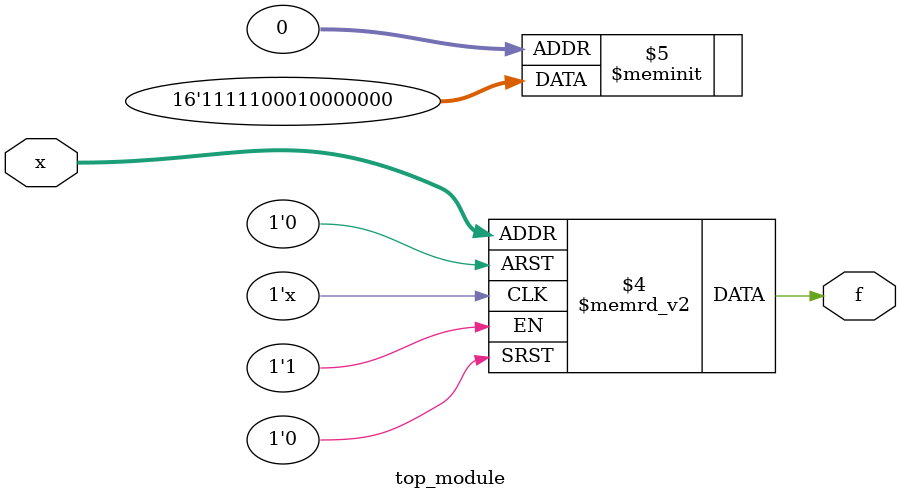
<source format=sv>
module top_module (
    input [4:1] x,
    output logic f
);

    always_comb begin
        case (x)
            4'b0001: f = 1'b0;
            4'b0100: f = 1'b0;
            4'b0101: f = 1'b0;
            4'b0111: f = 1'b1;
            4'b1000: f = 1'b0;
            4'b1001: f = 1'b0;
            4'b1010: f = 1'b0;
            4'b1011: f = 1'b1;
            4'b1100: f = 1'b1;
            4'b1101: f = 1'b1;
            4'b1110: f = 1'b1;
            4'b1111: f = 1'b1;
            default: f = 1'b0; // Handle remaining don’t-cares, default to 0
        endcase
    end

endmodule

</source>
